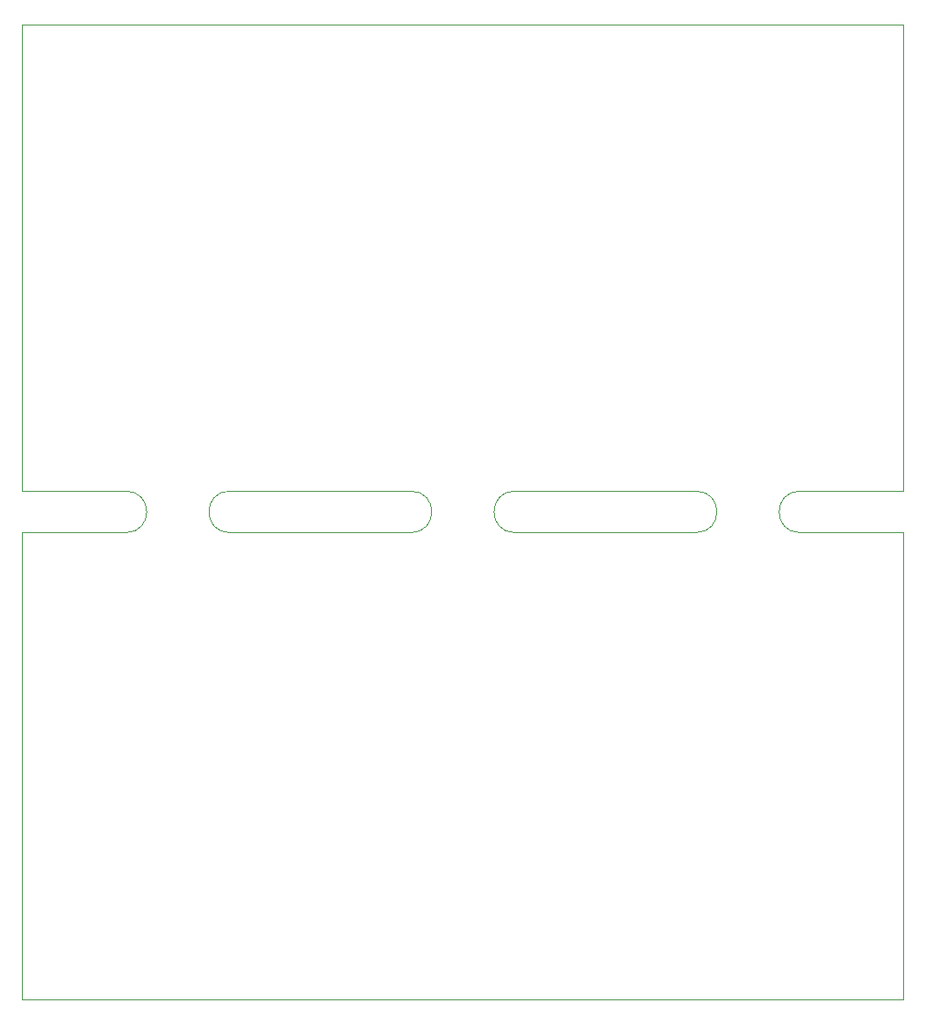
<source format=gm1>
G04 #@! TF.GenerationSoftware,KiCad,Pcbnew,(5.1.5)-3*
G04 #@! TF.CreationDate,2020-05-09T11:27:17+02:00*
G04 #@! TF.ProjectId,ICHaus,49434861-7573-42e6-9b69-6361645f7063,rev?*
G04 #@! TF.SameCoordinates,PX6422c40PYa6e49c0*
G04 #@! TF.FileFunction,Profile,NP*
%FSLAX46Y46*%
G04 Gerber Fmt 4.6, Leading zero omitted, Abs format (unit mm)*
G04 Created by KiCad (PCBNEW (5.1.5)-3) date 2020-05-09 11:27:17*
%MOMM*%
%LPD*%
G04 APERTURE LIST*
%ADD10C,0.050000*%
G04 APERTURE END LIST*
D10*
X-75000000Y45000000D02*
X-85000000Y45000000D01*
X-47500000Y45000000D02*
X-65000000Y45000000D01*
X-20000000Y45000000D02*
X-37500000Y45000000D01*
X0Y45000000D02*
X-10000000Y45000000D01*
X-75000000Y49000000D02*
X-85000000Y49000000D01*
X-47500000Y49000000D02*
X-65000000Y49000000D01*
X-20000000Y49000000D02*
X-37500000Y49000000D01*
X-10000000Y49000000D02*
X0Y49000000D01*
X0Y94000000D02*
X0Y49000000D01*
X-37500000Y45000000D02*
G75*
G02X-37500000Y49000000I0J2000000D01*
G01*
X-47500000Y49000000D02*
G75*
G02X-47500000Y45000000I0J-2000000D01*
G01*
X-10000000Y45000000D02*
G75*
G02X-10000000Y49000000I0J2000000D01*
G01*
X-20000000Y49000000D02*
G75*
G02X-20000000Y45000000I0J-2000000D01*
G01*
X-75000000Y49000000D02*
G75*
G02X-75000000Y45000000I0J-2000000D01*
G01*
X-65000000Y45000000D02*
G75*
G02X-65000000Y49000000I0J2000000D01*
G01*
X-85000000Y49000000D02*
X-85000000Y94000000D01*
X-85000000Y94000000D02*
X0Y94000000D01*
X0Y0D02*
X-85000000Y0D01*
X0Y45000000D02*
X0Y0D01*
X-85000000Y0D02*
X-85000000Y45000000D01*
M02*

</source>
